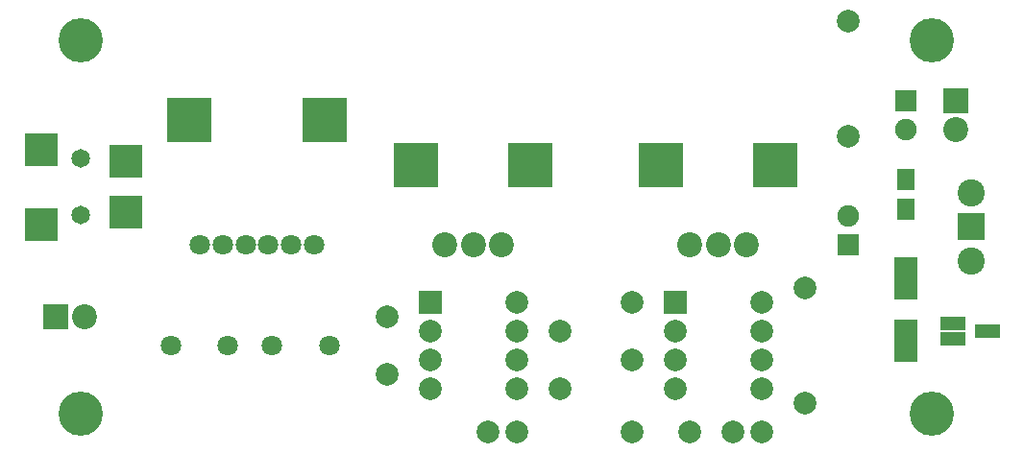
<source format=gts>
G04 #@! TF.FileFunction,Soldermask,Top*
%FSLAX46Y46*%
G04 Gerber Fmt 4.6, Leading zero omitted, Abs format (unit mm)*
G04 Created by KiCad (PCBNEW 4.0.6) date Mon Jul 17 14:07:17 2017*
%MOMM*%
%LPD*%
G01*
G04 APERTURE LIST*
%ADD10C,0.100000*%
%ADD11C,3.900000*%
%ADD12C,1.900000*%
%ADD13R,1.900000X1.900000*%
%ADD14C,2.000000*%
%ADD15C,1.800000*%
%ADD16R,2.099260X3.699460*%
%ADD17R,2.200000X2.200000*%
%ADD18C,2.200000*%
%ADD19R,2.900000X2.900000*%
%ADD20C,1.650000*%
%ADD21R,2.200860X1.200100*%
%ADD22R,1.598880X1.901140*%
%ADD23R,2.400000X2.400000*%
%ADD24C,2.400000*%
%ADD25R,2.000000X2.000000*%
%ADD26R,3.900000X3.900000*%
G04 APERTURE END LIST*
D10*
D11*
X125500000Y-81000000D03*
X50500000Y-81000000D03*
X50500000Y-114000000D03*
D12*
X118110000Y-96520000D03*
D13*
X118110000Y-99060000D03*
D14*
X99060000Y-109220000D03*
X99060000Y-104140000D03*
X110490000Y-115570000D03*
X107950000Y-115570000D03*
X99060000Y-115570000D03*
X104140000Y-115570000D03*
X92710000Y-106680000D03*
X92710000Y-111760000D03*
X88900000Y-115570000D03*
X86360000Y-115570000D03*
X77470000Y-110490000D03*
X77470000Y-105410000D03*
D15*
X72390000Y-107950000D03*
X67390000Y-107950000D03*
X58420000Y-107950000D03*
X63420000Y-107950000D03*
D16*
X123190000Y-102024180D03*
X123190000Y-107525820D03*
D12*
X123190000Y-88900000D03*
D13*
X123190000Y-86360000D03*
D17*
X127635000Y-86360000D03*
D18*
X127635000Y-88900000D03*
D17*
X48260000Y-105410000D03*
D18*
X50800000Y-105410000D03*
D19*
X54490000Y-91730000D03*
X54490000Y-96230000D03*
D20*
X50490000Y-91480000D03*
X50490000Y-96480000D03*
D19*
X46990000Y-97280000D03*
X46990000Y-90680000D03*
D21*
X127403860Y-105978960D03*
X127403860Y-107381040D03*
X130406140Y-106680000D03*
D22*
X123190000Y-95915480D03*
X123190000Y-93314520D03*
D14*
X118110000Y-89535000D03*
X118110000Y-79375000D03*
X114300000Y-113030000D03*
X114300000Y-102870000D03*
D23*
X129000000Y-97500000D03*
D24*
X129000000Y-100500000D03*
X129000000Y-94500000D03*
D25*
X102870000Y-104140000D03*
D14*
X102870000Y-106680000D03*
X102870000Y-109220000D03*
X102870000Y-111760000D03*
X110490000Y-111760000D03*
X110490000Y-109220000D03*
X110490000Y-106680000D03*
X110490000Y-104140000D03*
D25*
X81280000Y-104140000D03*
D14*
X81280000Y-106680000D03*
X81280000Y-109220000D03*
X81280000Y-111760000D03*
X88900000Y-111760000D03*
X88900000Y-109220000D03*
X88900000Y-106680000D03*
X88900000Y-104140000D03*
D26*
X101680000Y-92060000D03*
D18*
X104180000Y-99060000D03*
X109180000Y-99060000D03*
X106680000Y-99060000D03*
D26*
X111680000Y-92060000D03*
X80090000Y-92060000D03*
D18*
X82590000Y-99060000D03*
X87590000Y-99060000D03*
X85090000Y-99060000D03*
D26*
X90090000Y-92060000D03*
X60040000Y-88060000D03*
D15*
X67040000Y-99060000D03*
X65040000Y-99060000D03*
X69040000Y-99060000D03*
X63040000Y-99060000D03*
X61040000Y-99060000D03*
X71040000Y-99060000D03*
D26*
X72040000Y-88060000D03*
D11*
X125500000Y-114000000D03*
M02*

</source>
